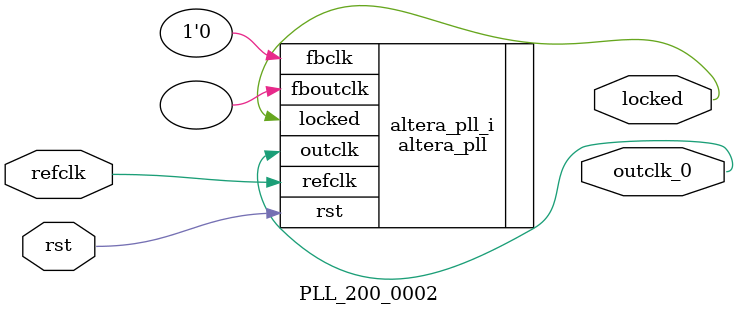
<source format=v>
`timescale 1ns/10ps
module  PLL_200_0002(

	// interface 'refclk'
	input wire refclk,

	// interface 'reset'
	input wire rst,

	// interface 'outclk0'
	output wire outclk_0,

	// interface 'locked'
	output wire locked
);

	altera_pll #(
		.fractional_vco_multiplier("false"),
		.reference_clock_frequency("50.0 MHz"),
		.operation_mode("direct"),
		.number_of_clocks(1),
		.output_clock_frequency0("200.000000 MHz"),
		.phase_shift0("0 ps"),
		.duty_cycle0(50),
		.output_clock_frequency1("0 MHz"),
		.phase_shift1("0 ps"),
		.duty_cycle1(50),
		.output_clock_frequency2("0 MHz"),
		.phase_shift2("0 ps"),
		.duty_cycle2(50),
		.output_clock_frequency3("0 MHz"),
		.phase_shift3("0 ps"),
		.duty_cycle3(50),
		.output_clock_frequency4("0 MHz"),
		.phase_shift4("0 ps"),
		.duty_cycle4(50),
		.output_clock_frequency5("0 MHz"),
		.phase_shift5("0 ps"),
		.duty_cycle5(50),
		.output_clock_frequency6("0 MHz"),
		.phase_shift6("0 ps"),
		.duty_cycle6(50),
		.output_clock_frequency7("0 MHz"),
		.phase_shift7("0 ps"),
		.duty_cycle7(50),
		.output_clock_frequency8("0 MHz"),
		.phase_shift8("0 ps"),
		.duty_cycle8(50),
		.output_clock_frequency9("0 MHz"),
		.phase_shift9("0 ps"),
		.duty_cycle9(50),
		.output_clock_frequency10("0 MHz"),
		.phase_shift10("0 ps"),
		.duty_cycle10(50),
		.output_clock_frequency11("0 MHz"),
		.phase_shift11("0 ps"),
		.duty_cycle11(50),
		.output_clock_frequency12("0 MHz"),
		.phase_shift12("0 ps"),
		.duty_cycle12(50),
		.output_clock_frequency13("0 MHz"),
		.phase_shift13("0 ps"),
		.duty_cycle13(50),
		.output_clock_frequency14("0 MHz"),
		.phase_shift14("0 ps"),
		.duty_cycle14(50),
		.output_clock_frequency15("0 MHz"),
		.phase_shift15("0 ps"),
		.duty_cycle15(50),
		.output_clock_frequency16("0 MHz"),
		.phase_shift16("0 ps"),
		.duty_cycle16(50),
		.output_clock_frequency17("0 MHz"),
		.phase_shift17("0 ps"),
		.duty_cycle17(50),
		.pll_type("General"),
		.pll_subtype("General")
	) altera_pll_i (
		.rst	(rst),
		.outclk	({outclk_0}),
		.locked	(locked),
		.fboutclk	( ),
		.fbclk	(1'b0),
		.refclk	(refclk)
	);
endmodule


</source>
